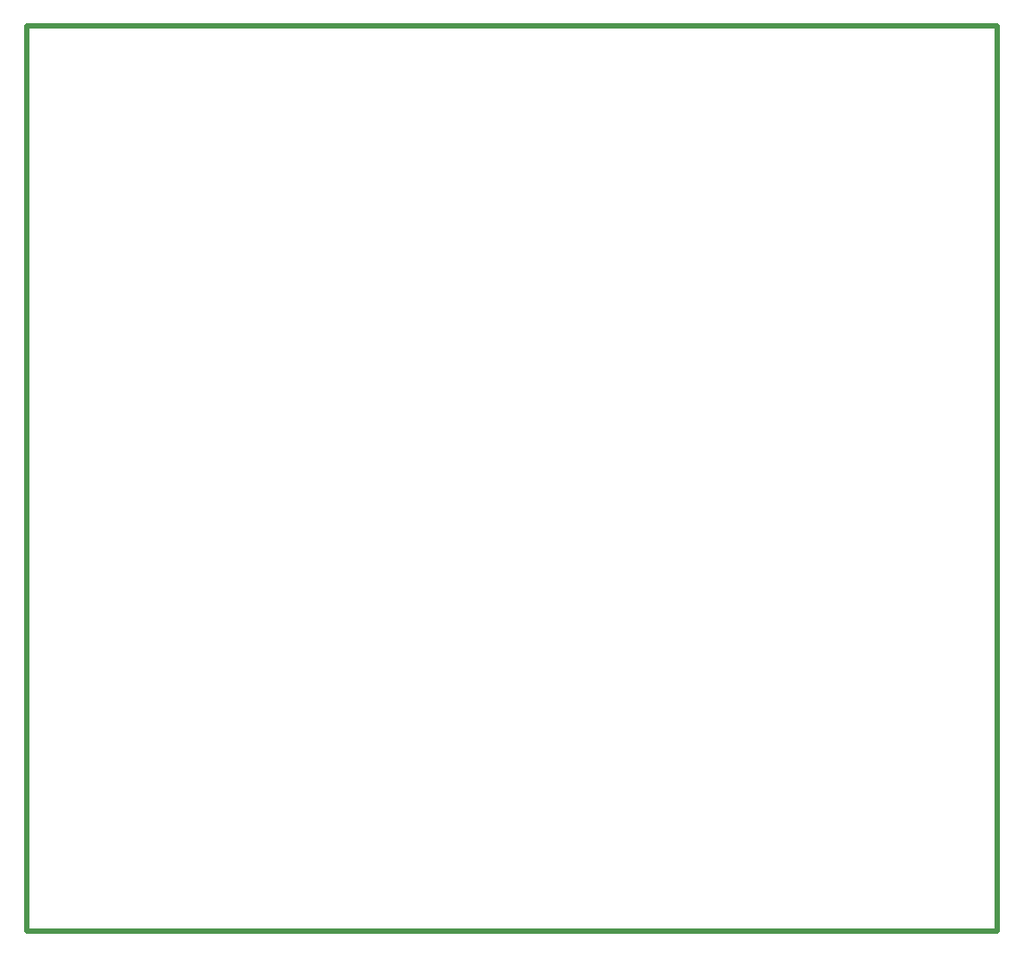
<source format=gko>
G04*
G04 #@! TF.GenerationSoftware,Altium Limited,Altium Designer,19.0.12 (326)*
G04*
G04 Layer_Color=16711935*
%FSTAX24Y24*%
%MOIN*%
G70*
G01*
G75*
%ADD21C,0.0197*%
D21*
X008622Y042677D02*
X044843D01*
X008622Y008819D02*
X044843D01*
Y042677D01*
X008622Y008819D02*
Y042677D01*
M02*

</source>
